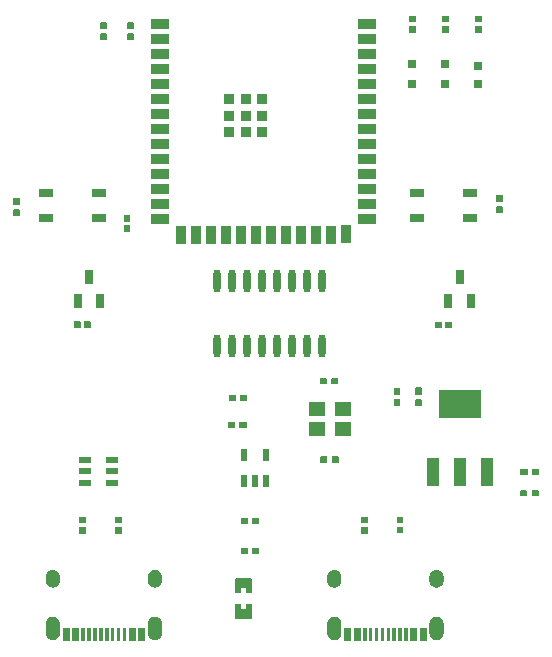
<source format=gtp>
G04*
G04 #@! TF.GenerationSoftware,Altium Limited,Altium Designer,25.0.2 (28)*
G04*
G04 Layer_Color=8421504*
%FSLAX25Y25*%
%MOIN*%
G70*
G04*
G04 #@! TF.SameCoordinates,2A04F1A2-3F02-4B23-887A-497E0413F5F6*
G04*
G04*
G04 #@! TF.FilePolarity,Positive*
G04*
G01*
G75*
%ADD16R,0.05118X0.02756*%
%ADD17R,0.03858X0.09213*%
%ADD18R,0.03150X0.03150*%
%ADD19R,0.05512X0.04724*%
%ADD20O,0.02370X0.07760*%
%ADD21R,0.05906X0.03543*%
%ADD22R,0.14173X0.09213*%
%ADD23R,0.02362X0.03937*%
%ADD24R,0.04221X0.02095*%
%ADD25R,0.02756X0.04921*%
%ADD26R,0.03543X0.05906*%
%ADD27R,0.03543X0.03543*%
G36*
X200063Y211660D02*
Y209689D01*
X199906Y209531D01*
X198094D01*
X197937Y209689D01*
Y211660D01*
X198094Y211818D01*
X199906D01*
X200063Y211660D01*
D02*
G37*
G36*
X189063D02*
Y209689D01*
X188906Y209531D01*
X187094D01*
X186937Y209689D01*
Y211660D01*
X187094Y211818D01*
X188906D01*
X189063Y211660D01*
D02*
G37*
G36*
X178063D02*
Y209689D01*
X177905Y209531D01*
X176094D01*
X175937Y209689D01*
Y211660D01*
X176094Y211818D01*
X177905D01*
X178063Y211660D01*
D02*
G37*
G36*
X84083Y209474D02*
Y207584D01*
X83886Y207309D01*
X82114D01*
X81917Y207584D01*
Y209474D01*
X82114Y209671D01*
X83886D01*
X84083Y209474D01*
D02*
G37*
G36*
X75083D02*
Y207584D01*
X74886Y207309D01*
X73114D01*
X72917Y207584D01*
Y209474D01*
X73114Y209671D01*
X74886D01*
X75083Y209474D01*
D02*
G37*
G36*
X200063Y208311D02*
Y206340D01*
X199906Y206183D01*
X198094D01*
X197937Y206340D01*
Y208311D01*
X198094Y208469D01*
X199906D01*
X200063Y208311D01*
D02*
G37*
G36*
X189063D02*
Y206340D01*
X188906Y206183D01*
X187094D01*
X186937Y206340D01*
Y208311D01*
X187094Y208469D01*
X188906D01*
X189063Y208311D01*
D02*
G37*
G36*
X178063D02*
Y206340D01*
X177905Y206183D01*
X176094D01*
X175937Y206340D01*
Y208311D01*
X176094Y208469D01*
X177905D01*
X178063Y208311D01*
D02*
G37*
G36*
X84083Y205616D02*
Y203726D01*
X83886Y203529D01*
X82114D01*
X81917Y203726D01*
Y205616D01*
X82114Y205891D01*
X83886D01*
X84083Y205616D01*
D02*
G37*
G36*
X75083D02*
Y203726D01*
X74886Y203529D01*
X73114D01*
X72917Y203726D01*
Y205616D01*
X73114Y205891D01*
X74886D01*
X75083Y205616D01*
D02*
G37*
G36*
X207083Y151874D02*
Y149984D01*
X206886Y149709D01*
X205114D01*
X204917Y149984D01*
Y151874D01*
X205114Y152071D01*
X206886D01*
X207083Y151874D01*
D02*
G37*
G36*
X46083Y150874D02*
Y148984D01*
X45886Y148709D01*
X44114D01*
X43917Y148984D01*
Y150874D01*
X44114Y151071D01*
X45886D01*
X46083Y150874D01*
D02*
G37*
G36*
X207083Y148016D02*
Y146126D01*
X206886Y145929D01*
X205114D01*
X204917Y146126D01*
Y148016D01*
X205114Y148291D01*
X206886D01*
X207083Y148016D01*
D02*
G37*
G36*
X46083Y147016D02*
Y145126D01*
X45886Y144929D01*
X44114D01*
X43917Y145126D01*
Y147016D01*
X44114Y147291D01*
X45886D01*
X46083Y147016D01*
D02*
G37*
G36*
X82863Y145060D02*
Y143089D01*
X82705Y142931D01*
X80895D01*
X80737Y143089D01*
Y145060D01*
X80895Y145218D01*
X82705D01*
X82863Y145060D01*
D02*
G37*
G36*
Y141711D02*
Y139740D01*
X82705Y139583D01*
X80895D01*
X80737Y139740D01*
Y141711D01*
X80895Y141868D01*
X82705D01*
X82863Y141711D01*
D02*
G37*
G36*
X69718Y109806D02*
Y107994D01*
X69560Y107837D01*
X67589D01*
X67431Y107994D01*
Y109806D01*
X67589Y109963D01*
X69560D01*
X69718Y109806D01*
D02*
G37*
G36*
X66369D02*
Y107994D01*
X66211Y107837D01*
X64240D01*
X64082Y107994D01*
Y109806D01*
X64240Y109963D01*
X66211D01*
X66369Y109806D01*
D02*
G37*
G36*
X190217Y109606D02*
Y107794D01*
X190060Y107637D01*
X188089D01*
X187932Y107794D01*
Y109606D01*
X188089Y109763D01*
X190060D01*
X190217Y109606D01*
D02*
G37*
G36*
X186869D02*
Y107794D01*
X186711Y107637D01*
X184740D01*
X184582Y107794D01*
Y109606D01*
X184740Y109763D01*
X186711D01*
X186869Y109606D01*
D02*
G37*
G36*
X152271Y90822D02*
Y89051D01*
X152074Y88854D01*
X150184D01*
X149909Y89051D01*
Y90822D01*
X150184Y91019D01*
X152074D01*
X152271Y90822D01*
D02*
G37*
G36*
X148491D02*
Y89051D01*
X148216Y88854D01*
X146326D01*
X146129Y89051D01*
Y90822D01*
X146326Y91019D01*
X148216D01*
X148491Y90822D01*
D02*
G37*
G36*
X180083Y87674D02*
Y85784D01*
X179886Y85509D01*
X178114D01*
X177917Y85784D01*
Y87674D01*
X178114Y87871D01*
X179886D01*
X180083Y87674D01*
D02*
G37*
G36*
X172983Y87574D02*
Y85684D01*
X172786Y85409D01*
X171014D01*
X170817Y85684D01*
Y87574D01*
X171014Y87771D01*
X172786D01*
X172983Y87574D01*
D02*
G37*
G36*
X121871Y85286D02*
Y83514D01*
X121674Y83317D01*
X119784D01*
X119509Y83514D01*
Y85286D01*
X119784Y85483D01*
X121674D01*
X121871Y85286D01*
D02*
G37*
G36*
X118091D02*
Y83514D01*
X117816Y83317D01*
X115926D01*
X115729Y83514D01*
Y85286D01*
X115926Y85483D01*
X117816D01*
X118091Y85286D01*
D02*
G37*
G36*
X180083Y83816D02*
Y81926D01*
X179886Y81729D01*
X178114D01*
X177917Y81926D01*
Y83816D01*
X178114Y84091D01*
X179886D01*
X180083Y83816D01*
D02*
G37*
G36*
X172983Y83716D02*
Y81826D01*
X172786Y81629D01*
X171014D01*
X170817Y81826D01*
Y83716D01*
X171014Y83991D01*
X172786D01*
X172983Y83716D01*
D02*
G37*
G36*
X121725Y76286D02*
Y74514D01*
X121528Y74317D01*
X119638D01*
X119363Y74514D01*
Y76286D01*
X119638Y76483D01*
X121528D01*
X121725Y76286D01*
D02*
G37*
G36*
X117945D02*
Y74514D01*
X117670Y74317D01*
X115780D01*
X115583Y74514D01*
Y76286D01*
X115780Y76483D01*
X117670D01*
X117945Y76286D01*
D02*
G37*
G36*
X152428Y64802D02*
Y63030D01*
X152231Y62833D01*
X150341D01*
X150066Y63030D01*
Y64802D01*
X150341Y64998D01*
X152231D01*
X152428Y64802D01*
D02*
G37*
G36*
X148648D02*
Y63030D01*
X148372Y62833D01*
X146483D01*
X146286Y63030D01*
Y64802D01*
X146483Y64998D01*
X148372D01*
X148648Y64802D01*
D02*
G37*
G36*
X219171Y60586D02*
Y58814D01*
X218974Y58617D01*
X217084D01*
X216809Y58814D01*
Y60586D01*
X217084Y60783D01*
X218974D01*
X219171Y60586D01*
D02*
G37*
G36*
X215391D02*
Y58814D01*
X215116Y58617D01*
X213226D01*
X213029Y58814D01*
Y60586D01*
X213226Y60783D01*
X215116D01*
X215391Y60586D01*
D02*
G37*
G36*
X219071Y53486D02*
Y51714D01*
X218874Y51517D01*
X216984D01*
X216709Y51714D01*
Y53486D01*
X216984Y53683D01*
X218874D01*
X219071Y53486D01*
D02*
G37*
G36*
X215291D02*
Y51714D01*
X215016Y51517D01*
X213126D01*
X212929Y51714D01*
Y53486D01*
X213126Y53683D01*
X215016D01*
X215291Y53486D01*
D02*
G37*
G36*
X173963Y44664D02*
Y42693D01*
X173805Y42535D01*
X171994D01*
X171837Y42693D01*
Y44664D01*
X171994Y44822D01*
X173805D01*
X173963Y44664D01*
D02*
G37*
G36*
X162063Y44660D02*
Y42689D01*
X161906Y42531D01*
X160094D01*
X159937Y42689D01*
Y44660D01*
X160094Y44818D01*
X161906D01*
X162063Y44660D01*
D02*
G37*
G36*
X80063D02*
Y42689D01*
X79905Y42531D01*
X78095D01*
X77937Y42689D01*
Y44660D01*
X78095Y44818D01*
X79905D01*
X80063Y44660D01*
D02*
G37*
G36*
X68063D02*
Y42689D01*
X67905Y42531D01*
X66094D01*
X65937Y42689D01*
Y44660D01*
X66094Y44818D01*
X67905D01*
X68063Y44660D01*
D02*
G37*
G36*
X125871Y44286D02*
Y42514D01*
X125674Y42317D01*
X123784D01*
X123509Y42514D01*
Y44286D01*
X123784Y44483D01*
X125674D01*
X125871Y44286D01*
D02*
G37*
G36*
X122091D02*
Y42514D01*
X121816Y42317D01*
X119926D01*
X119729Y42514D01*
Y44286D01*
X119926Y44483D01*
X121816D01*
X122091Y44286D01*
D02*
G37*
G36*
X173963Y41315D02*
Y39344D01*
X173805Y39186D01*
X171994D01*
X171837Y39344D01*
Y41315D01*
X171994Y41473D01*
X173805D01*
X173963Y41315D01*
D02*
G37*
G36*
X162063Y41311D02*
Y39340D01*
X161906Y39182D01*
X160094D01*
X159937Y39340D01*
Y41311D01*
X160094Y41469D01*
X161906D01*
X162063Y41311D01*
D02*
G37*
G36*
X80063D02*
Y39340D01*
X79905Y39182D01*
X78095D01*
X77937Y39340D01*
Y41311D01*
X78095Y41469D01*
X79905D01*
X80063Y41311D01*
D02*
G37*
G36*
X68063D02*
Y39340D01*
X67905Y39182D01*
X66094D01*
X65937Y39340D01*
Y41311D01*
X66094Y41469D01*
X67905D01*
X68063Y41311D01*
D02*
G37*
G36*
X125871Y34286D02*
Y32514D01*
X125674Y32317D01*
X123784D01*
X123509Y32514D01*
Y34286D01*
X123784Y34483D01*
X125674D01*
X125871Y34286D01*
D02*
G37*
G36*
X122091D02*
Y32514D01*
X121816Y32317D01*
X119926D01*
X119729Y32514D01*
Y34286D01*
X119926Y34483D01*
X121816D01*
X122091Y34286D01*
D02*
G37*
G36*
X185204Y27047D02*
X185321Y27035D01*
X185438Y27017D01*
X185553Y26994D01*
X185667Y26965D01*
X185780Y26930D01*
X185890Y26890D01*
X185999Y26844D01*
X186105Y26793D01*
X186209Y26737D01*
X186309Y26675D01*
X186406Y26609D01*
X186500Y26538D01*
X186591Y26462D01*
X186677Y26382D01*
X186759Y26298D01*
X186837Y26210D01*
X186910Y26117D01*
X186979Y26022D01*
X187043Y25923D01*
X187102Y25821D01*
X187156Y25716D01*
X187204Y25609D01*
X187247Y25499D01*
X187285Y25387D01*
X187317Y25274D01*
X187343Y25159D01*
X187363Y25043D01*
X187378Y24926D01*
X187387Y24809D01*
X187390Y24691D01*
Y23510D01*
X187387Y23392D01*
X187378Y23275D01*
X187363Y23158D01*
X187343Y23042D01*
X187317Y22927D01*
X187285Y22814D01*
X187247Y22702D01*
X187204Y22592D01*
X187156Y22485D01*
X187102Y22380D01*
X187043Y22278D01*
X186979Y22179D01*
X186910Y22084D01*
X186837Y21992D01*
X186759Y21903D01*
X186677Y21819D01*
X186591Y21739D01*
X186500Y21663D01*
X186406Y21592D01*
X186309Y21526D01*
X186209Y21464D01*
X186105Y21408D01*
X185999Y21357D01*
X185890Y21311D01*
X185780Y21271D01*
X185667Y21236D01*
X185553Y21207D01*
X185438Y21184D01*
X185321Y21166D01*
X185204Y21154D01*
X185086Y21148D01*
X184969D01*
X184851Y21154D01*
X184734Y21166D01*
X184617Y21184D01*
X184502Y21207D01*
X184388Y21236D01*
X184275Y21271D01*
X184165Y21311D01*
X184056Y21357D01*
X183950Y21408D01*
X183846Y21464D01*
X183746Y21526D01*
X183649Y21592D01*
X183555Y21663D01*
X183465Y21739D01*
X183378Y21819D01*
X183296Y21903D01*
X183218Y21992D01*
X183144Y22084D01*
X183076Y22179D01*
X183012Y22278D01*
X182953Y22380D01*
X182899Y22485D01*
X182851Y22592D01*
X182808Y22702D01*
X182770Y22814D01*
X182738Y22927D01*
X182712Y23042D01*
X182692Y23158D01*
X182677Y23275D01*
X182668Y23392D01*
X182665Y23510D01*
Y24691D01*
X182668Y24809D01*
X182677Y24926D01*
X182692Y25043D01*
X182712Y25159D01*
X182738Y25274D01*
X182770Y25387D01*
X182808Y25499D01*
X182851Y25609D01*
X182899Y25716D01*
X182953Y25821D01*
X183012Y25923D01*
X183076Y26022D01*
X183144Y26117D01*
X183218Y26210D01*
X183296Y26298D01*
X183378Y26382D01*
X183465Y26462D01*
X183555Y26538D01*
X183649Y26609D01*
X183746Y26675D01*
X183846Y26737D01*
X183950Y26793D01*
X184056Y26844D01*
X184165Y26890D01*
X184275Y26930D01*
X184388Y26965D01*
X184502Y26994D01*
X184617Y27017D01*
X184734Y27035D01*
X184851Y27047D01*
X184969Y27053D01*
X185086D01*
X185204Y27047D01*
D02*
G37*
G36*
X151149D02*
X151266Y27035D01*
X151383Y27017D01*
X151498Y26994D01*
X151612Y26965D01*
X151725Y26930D01*
X151836Y26890D01*
X151944Y26844D01*
X152050Y26793D01*
X152154Y26737D01*
X152254Y26675D01*
X152351Y26609D01*
X152445Y26538D01*
X152535Y26462D01*
X152622Y26382D01*
X152704Y26298D01*
X152782Y26210D01*
X152856Y26117D01*
X152924Y26022D01*
X152988Y25923D01*
X153047Y25821D01*
X153101Y25716D01*
X153149Y25609D01*
X153192Y25499D01*
X153230Y25387D01*
X153262Y25274D01*
X153288Y25159D01*
X153308Y25043D01*
X153323Y24926D01*
X153332Y24809D01*
X153335Y24691D01*
Y23510D01*
X153332Y23392D01*
X153323Y23275D01*
X153308Y23158D01*
X153288Y23042D01*
X153262Y22927D01*
X153230Y22814D01*
X153192Y22702D01*
X153149Y22592D01*
X153101Y22485D01*
X153047Y22380D01*
X152988Y22278D01*
X152924Y22179D01*
X152856Y22084D01*
X152782Y21992D01*
X152704Y21903D01*
X152622Y21819D01*
X152535Y21739D01*
X152445Y21663D01*
X152351Y21592D01*
X152254Y21526D01*
X152154Y21464D01*
X152050Y21408D01*
X151944Y21357D01*
X151836Y21311D01*
X151725Y21271D01*
X151612Y21236D01*
X151498Y21207D01*
X151383Y21184D01*
X151266Y21166D01*
X151149Y21154D01*
X151031Y21148D01*
X150914D01*
X150796Y21154D01*
X150679Y21166D01*
X150562Y21184D01*
X150447Y21207D01*
X150333Y21236D01*
X150220Y21271D01*
X150110Y21311D01*
X150001Y21357D01*
X149895Y21408D01*
X149791Y21464D01*
X149691Y21526D01*
X149594Y21592D01*
X149500Y21663D01*
X149409Y21739D01*
X149323Y21819D01*
X149241Y21903D01*
X149163Y21992D01*
X149090Y22084D01*
X149021Y22179D01*
X148957Y22278D01*
X148898Y22380D01*
X148844Y22485D01*
X148796Y22592D01*
X148753Y22702D01*
X148715Y22814D01*
X148683Y22927D01*
X148657Y23042D01*
X148637Y23158D01*
X148622Y23275D01*
X148613Y23392D01*
X148610Y23510D01*
Y24691D01*
X148613Y24809D01*
X148622Y24926D01*
X148637Y25043D01*
X148657Y25159D01*
X148683Y25274D01*
X148715Y25387D01*
X148753Y25499D01*
X148796Y25609D01*
X148844Y25716D01*
X148898Y25821D01*
X148957Y25923D01*
X149021Y26022D01*
X149090Y26117D01*
X149163Y26210D01*
X149241Y26298D01*
X149323Y26382D01*
X149409Y26462D01*
X149500Y26538D01*
X149594Y26609D01*
X149691Y26675D01*
X149791Y26737D01*
X149895Y26793D01*
X150001Y26844D01*
X150110Y26890D01*
X150220Y26930D01*
X150333Y26965D01*
X150447Y26994D01*
X150562Y27017D01*
X150679Y27035D01*
X150796Y27047D01*
X150914Y27053D01*
X151031D01*
X151149Y27047D01*
D02*
G37*
G36*
X91357D02*
X91475Y27035D01*
X91591Y27017D01*
X91707Y26994D01*
X91821Y26965D01*
X91933Y26930D01*
X92044Y26890D01*
X92153Y26844D01*
X92259Y26793D01*
X92362Y26737D01*
X92463Y26675D01*
X92560Y26609D01*
X92654Y26538D01*
X92744Y26462D01*
X92830Y26382D01*
X92913Y26298D01*
X92991Y26210D01*
X93064Y26117D01*
X93133Y26022D01*
X93197Y25923D01*
X93256Y25821D01*
X93309Y25716D01*
X93358Y25609D01*
X93401Y25499D01*
X93438Y25387D01*
X93470Y25274D01*
X93496Y25159D01*
X93517Y25043D01*
X93532Y24926D01*
X93540Y24809D01*
X93543Y24691D01*
Y23510D01*
X93540Y23392D01*
X93532Y23275D01*
X93517Y23158D01*
X93496Y23042D01*
X93470Y22927D01*
X93438Y22814D01*
X93401Y22702D01*
X93358Y22592D01*
X93309Y22485D01*
X93256Y22380D01*
X93197Y22278D01*
X93133Y22179D01*
X93064Y22084D01*
X92991Y21992D01*
X92913Y21903D01*
X92830Y21819D01*
X92744Y21739D01*
X92654Y21663D01*
X92560Y21592D01*
X92463Y21526D01*
X92362Y21464D01*
X92259Y21408D01*
X92153Y21357D01*
X92044Y21311D01*
X91933Y21271D01*
X91821Y21236D01*
X91707Y21207D01*
X91591Y21184D01*
X91475Y21166D01*
X91357Y21154D01*
X91240Y21148D01*
X91122D01*
X91005Y21154D01*
X90887Y21166D01*
X90771Y21184D01*
X90655Y21207D01*
X90541Y21236D01*
X90429Y21271D01*
X90318Y21311D01*
X90210Y21357D01*
X90103Y21408D01*
X90000Y21464D01*
X89899Y21526D01*
X89802Y21592D01*
X89708Y21663D01*
X89618Y21739D01*
X89532Y21819D01*
X89449Y21903D01*
X89371Y21992D01*
X89298Y22084D01*
X89229Y22179D01*
X89165Y22278D01*
X89107Y22380D01*
X89053Y22485D01*
X89004Y22592D01*
X88961Y22702D01*
X88924Y22814D01*
X88892Y22927D01*
X88866Y23042D01*
X88845Y23158D01*
X88831Y23275D01*
X88822Y23392D01*
X88819Y23510D01*
Y24691D01*
X88822Y24809D01*
X88831Y24926D01*
X88845Y25043D01*
X88866Y25159D01*
X88892Y25274D01*
X88924Y25387D01*
X88961Y25499D01*
X89004Y25609D01*
X89053Y25716D01*
X89107Y25821D01*
X89165Y25923D01*
X89229Y26022D01*
X89298Y26117D01*
X89371Y26210D01*
X89449Y26298D01*
X89532Y26382D01*
X89618Y26462D01*
X89708Y26538D01*
X89802Y26609D01*
X89899Y26675D01*
X90000Y26737D01*
X90103Y26793D01*
X90210Y26844D01*
X90318Y26890D01*
X90429Y26930D01*
X90541Y26965D01*
X90655Y26994D01*
X90771Y27017D01*
X90887Y27035D01*
X91005Y27047D01*
X91122Y27053D01*
X91240D01*
X91357Y27047D01*
D02*
G37*
G36*
X57302D02*
X57420Y27035D01*
X57536Y27017D01*
X57652Y26994D01*
X57766Y26965D01*
X57878Y26930D01*
X57989Y26890D01*
X58097Y26844D01*
X58204Y26793D01*
X58307Y26737D01*
X58408Y26675D01*
X58505Y26609D01*
X58599Y26538D01*
X58689Y26462D01*
X58775Y26382D01*
X58858Y26298D01*
X58936Y26210D01*
X59009Y26117D01*
X59078Y26022D01*
X59142Y25923D01*
X59201Y25821D01*
X59254Y25716D01*
X59303Y25609D01*
X59346Y25499D01*
X59383Y25387D01*
X59415Y25274D01*
X59441Y25159D01*
X59462Y25043D01*
X59477Y24926D01*
X59485Y24809D01*
X59488Y24691D01*
Y23510D01*
X59485Y23392D01*
X59477Y23275D01*
X59462Y23158D01*
X59441Y23042D01*
X59415Y22927D01*
X59383Y22814D01*
X59346Y22702D01*
X59303Y22592D01*
X59254Y22485D01*
X59201Y22380D01*
X59142Y22278D01*
X59078Y22179D01*
X59009Y22084D01*
X58936Y21992D01*
X58858Y21903D01*
X58775Y21819D01*
X58689Y21739D01*
X58599Y21663D01*
X58505Y21592D01*
X58408Y21526D01*
X58307Y21464D01*
X58204Y21408D01*
X58097Y21357D01*
X57989Y21311D01*
X57878Y21271D01*
X57766Y21236D01*
X57652Y21207D01*
X57536Y21184D01*
X57420Y21166D01*
X57302Y21154D01*
X57185Y21148D01*
X57067D01*
X56950Y21154D01*
X56832Y21166D01*
X56716Y21184D01*
X56600Y21207D01*
X56486Y21236D01*
X56374Y21271D01*
X56263Y21311D01*
X56155Y21357D01*
X56048Y21408D01*
X55945Y21464D01*
X55844Y21526D01*
X55747Y21592D01*
X55653Y21663D01*
X55563Y21739D01*
X55477Y21819D01*
X55394Y21903D01*
X55316Y21992D01*
X55243Y22084D01*
X55174Y22179D01*
X55110Y22278D01*
X55051Y22380D01*
X54998Y22485D01*
X54949Y22592D01*
X54906Y22702D01*
X54869Y22814D01*
X54837Y22927D01*
X54811Y23042D01*
X54790Y23158D01*
X54776Y23275D01*
X54767Y23392D01*
X54764Y23510D01*
Y24691D01*
X54767Y24809D01*
X54776Y24926D01*
X54790Y25043D01*
X54811Y25159D01*
X54837Y25274D01*
X54869Y25387D01*
X54906Y25499D01*
X54949Y25609D01*
X54998Y25716D01*
X55051Y25821D01*
X55110Y25923D01*
X55174Y26022D01*
X55243Y26117D01*
X55316Y26210D01*
X55394Y26298D01*
X55477Y26382D01*
X55563Y26462D01*
X55653Y26538D01*
X55747Y26609D01*
X55844Y26675D01*
X55945Y26737D01*
X56048Y26793D01*
X56155Y26844D01*
X56263Y26890D01*
X56374Y26930D01*
X56486Y26965D01*
X56600Y26994D01*
X56716Y27017D01*
X56832Y27035D01*
X56950Y27047D01*
X57067Y27053D01*
X57185D01*
X57302Y27047D01*
D02*
G37*
G36*
X123438Y23994D02*
Y19467D01*
X123241Y19270D01*
X121587Y19270D01*
Y21022D01*
X119816D01*
Y19290D01*
X118201Y19270D01*
X118005Y19467D01*
Y23994D01*
X118201Y24191D01*
X123241D01*
X123438Y23994D01*
D02*
G37*
G36*
X119816Y13975D02*
X121587D01*
Y15707D01*
X123241Y15727D01*
X123438Y15530D01*
Y11002D01*
X123241Y10805D01*
X118201D01*
X118005Y11002D01*
Y15530D01*
X118201Y15727D01*
X119816Y15746D01*
Y13975D01*
D02*
G37*
G36*
X185204Y11495D02*
X185321Y11483D01*
X185438Y11466D01*
X185553Y11442D01*
X185667Y11413D01*
X185780Y11378D01*
X185890Y11338D01*
X185999Y11293D01*
X186105Y11241D01*
X186209Y11185D01*
X186309Y11124D01*
X186406Y11057D01*
X186500Y10986D01*
X186591Y10910D01*
X186677Y10830D01*
X186759Y10746D01*
X186837Y10658D01*
X186910Y10566D01*
X186979Y10470D01*
X187043Y10371D01*
X187102Y10269D01*
X187156Y10164D01*
X187204Y10057D01*
X187247Y9947D01*
X187285Y9836D01*
X187317Y9722D01*
X187343Y9607D01*
X187363Y9491D01*
X187378Y9375D01*
X187387Y9257D01*
X187390Y9139D01*
Y5990D01*
X187387Y5872D01*
X187378Y5754D01*
X187363Y5638D01*
X187343Y5522D01*
X187317Y5407D01*
X187285Y5293D01*
X187247Y5182D01*
X187204Y5072D01*
X187156Y4965D01*
X187102Y4860D01*
X187043Y4758D01*
X186979Y4659D01*
X186910Y4563D01*
X186837Y4471D01*
X186759Y4383D01*
X186677Y4299D01*
X186591Y4219D01*
X186500Y4143D01*
X186406Y4072D01*
X186309Y4005D01*
X186209Y3944D01*
X186105Y3888D01*
X185999Y3836D01*
X185890Y3791D01*
X185780Y3751D01*
X185667Y3716D01*
X185553Y3687D01*
X185438Y3663D01*
X185321Y3646D01*
X185204Y3634D01*
X185086Y3628D01*
X184969D01*
X184851Y3634D01*
X184734Y3646D01*
X184617Y3663D01*
X184502Y3687D01*
X184388Y3716D01*
X184275Y3751D01*
X184165Y3791D01*
X184056Y3836D01*
X183950Y3888D01*
X183846Y3944D01*
X183746Y4005D01*
X183649Y4072D01*
X183555Y4143D01*
X183465Y4219D01*
X183378Y4299D01*
X183296Y4383D01*
X183218Y4471D01*
X183144Y4563D01*
X183076Y4659D01*
X183012Y4758D01*
X182953Y4860D01*
X182899Y4965D01*
X182851Y5072D01*
X182808Y5182D01*
X182770Y5293D01*
X182738Y5407D01*
X182712Y5522D01*
X182692Y5638D01*
X182677Y5754D01*
X182668Y5872D01*
X182665Y5990D01*
Y9139D01*
X182668Y9257D01*
X182677Y9375D01*
X182692Y9491D01*
X182712Y9607D01*
X182738Y9722D01*
X182770Y9836D01*
X182808Y9947D01*
X182851Y10057D01*
X182899Y10164D01*
X182953Y10269D01*
X183012Y10371D01*
X183076Y10470D01*
X183144Y10566D01*
X183218Y10658D01*
X183296Y10746D01*
X183378Y10830D01*
X183465Y10910D01*
X183555Y10986D01*
X183649Y11057D01*
X183746Y11124D01*
X183846Y11185D01*
X183950Y11241D01*
X184056Y11293D01*
X184165Y11338D01*
X184275Y11378D01*
X184388Y11413D01*
X184502Y11442D01*
X184617Y11466D01*
X184734Y11483D01*
X184851Y11495D01*
X184969Y11501D01*
X185086D01*
X185204Y11495D01*
D02*
G37*
G36*
X151149D02*
X151266Y11483D01*
X151383Y11466D01*
X151498Y11442D01*
X151612Y11413D01*
X151725Y11378D01*
X151836Y11338D01*
X151944Y11293D01*
X152050Y11241D01*
X152154Y11185D01*
X152254Y11124D01*
X152351Y11057D01*
X152445Y10986D01*
X152535Y10910D01*
X152622Y10830D01*
X152704Y10746D01*
X152782Y10658D01*
X152856Y10566D01*
X152924Y10470D01*
X152988Y10371D01*
X153047Y10269D01*
X153101Y10164D01*
X153149Y10057D01*
X153192Y9947D01*
X153230Y9836D01*
X153262Y9722D01*
X153288Y9607D01*
X153308Y9491D01*
X153323Y9375D01*
X153332Y9257D01*
X153335Y9139D01*
Y5990D01*
X153332Y5872D01*
X153323Y5754D01*
X153308Y5638D01*
X153288Y5522D01*
X153262Y5407D01*
X153230Y5293D01*
X153192Y5182D01*
X153149Y5072D01*
X153101Y4965D01*
X153047Y4860D01*
X152988Y4758D01*
X152924Y4659D01*
X152856Y4563D01*
X152782Y4471D01*
X152704Y4383D01*
X152622Y4299D01*
X152535Y4219D01*
X152445Y4143D01*
X152351Y4072D01*
X152254Y4005D01*
X152154Y3944D01*
X152050Y3888D01*
X151944Y3836D01*
X151836Y3791D01*
X151725Y3751D01*
X151612Y3716D01*
X151498Y3687D01*
X151383Y3663D01*
X151266Y3646D01*
X151149Y3634D01*
X151031Y3628D01*
X150914D01*
X150796Y3634D01*
X150679Y3646D01*
X150562Y3663D01*
X150447Y3687D01*
X150333Y3716D01*
X150220Y3751D01*
X150110Y3791D01*
X150001Y3836D01*
X149895Y3888D01*
X149791Y3944D01*
X149691Y4005D01*
X149594Y4072D01*
X149500Y4143D01*
X149409Y4219D01*
X149323Y4299D01*
X149241Y4383D01*
X149163Y4471D01*
X149090Y4563D01*
X149021Y4659D01*
X148957Y4758D01*
X148898Y4860D01*
X148844Y4965D01*
X148796Y5072D01*
X148753Y5182D01*
X148715Y5293D01*
X148683Y5407D01*
X148657Y5522D01*
X148637Y5638D01*
X148622Y5754D01*
X148613Y5872D01*
X148610Y5990D01*
Y9139D01*
X148613Y9257D01*
X148622Y9375D01*
X148637Y9491D01*
X148657Y9607D01*
X148683Y9722D01*
X148715Y9836D01*
X148753Y9947D01*
X148796Y10057D01*
X148844Y10164D01*
X148898Y10269D01*
X148957Y10371D01*
X149021Y10470D01*
X149090Y10566D01*
X149163Y10658D01*
X149241Y10746D01*
X149323Y10830D01*
X149409Y10910D01*
X149500Y10986D01*
X149594Y11057D01*
X149691Y11124D01*
X149791Y11185D01*
X149895Y11241D01*
X150001Y11293D01*
X150110Y11338D01*
X150220Y11378D01*
X150333Y11413D01*
X150447Y11442D01*
X150562Y11466D01*
X150679Y11483D01*
X150796Y11495D01*
X150914Y11501D01*
X151031D01*
X151149Y11495D01*
D02*
G37*
G36*
X91357D02*
X91475Y11483D01*
X91591Y11466D01*
X91707Y11442D01*
X91821Y11413D01*
X91933Y11378D01*
X92044Y11338D01*
X92153Y11293D01*
X92259Y11241D01*
X92362Y11185D01*
X92463Y11124D01*
X92560Y11057D01*
X92654Y10986D01*
X92744Y10910D01*
X92830Y10830D01*
X92913Y10746D01*
X92991Y10658D01*
X93064Y10566D01*
X93133Y10470D01*
X93197Y10371D01*
X93256Y10269D01*
X93309Y10164D01*
X93358Y10057D01*
X93401Y9947D01*
X93438Y9836D01*
X93470Y9722D01*
X93496Y9607D01*
X93517Y9491D01*
X93532Y9375D01*
X93540Y9257D01*
X93543Y9139D01*
Y5990D01*
X93540Y5872D01*
X93532Y5754D01*
X93517Y5638D01*
X93496Y5522D01*
X93470Y5407D01*
X93438Y5293D01*
X93401Y5182D01*
X93358Y5072D01*
X93309Y4965D01*
X93256Y4860D01*
X93197Y4758D01*
X93133Y4659D01*
X93064Y4563D01*
X92991Y4471D01*
X92913Y4383D01*
X92830Y4299D01*
X92744Y4219D01*
X92654Y4143D01*
X92560Y4072D01*
X92463Y4005D01*
X92362Y3944D01*
X92259Y3888D01*
X92153Y3836D01*
X92044Y3791D01*
X91933Y3751D01*
X91821Y3716D01*
X91707Y3687D01*
X91591Y3663D01*
X91475Y3646D01*
X91357Y3634D01*
X91240Y3628D01*
X91122D01*
X91005Y3634D01*
X90887Y3646D01*
X90771Y3663D01*
X90655Y3687D01*
X90541Y3716D01*
X90429Y3751D01*
X90318Y3791D01*
X90210Y3836D01*
X90103Y3888D01*
X90000Y3944D01*
X89899Y4005D01*
X89802Y4072D01*
X89708Y4143D01*
X89618Y4219D01*
X89532Y4299D01*
X89449Y4383D01*
X89371Y4471D01*
X89298Y4563D01*
X89229Y4659D01*
X89165Y4758D01*
X89107Y4860D01*
X89053Y4965D01*
X89004Y5072D01*
X88961Y5182D01*
X88924Y5293D01*
X88892Y5407D01*
X88866Y5522D01*
X88845Y5638D01*
X88831Y5754D01*
X88822Y5872D01*
X88819Y5990D01*
Y9139D01*
X88822Y9257D01*
X88831Y9375D01*
X88845Y9491D01*
X88866Y9607D01*
X88892Y9722D01*
X88924Y9836D01*
X88961Y9947D01*
X89004Y10057D01*
X89053Y10164D01*
X89107Y10269D01*
X89165Y10371D01*
X89229Y10470D01*
X89298Y10566D01*
X89371Y10658D01*
X89449Y10746D01*
X89532Y10830D01*
X89618Y10910D01*
X89708Y10986D01*
X89802Y11057D01*
X89899Y11124D01*
X90000Y11185D01*
X90103Y11241D01*
X90210Y11293D01*
X90318Y11338D01*
X90429Y11378D01*
X90541Y11413D01*
X90655Y11442D01*
X90771Y11466D01*
X90887Y11483D01*
X91005Y11495D01*
X91122Y11501D01*
X91240D01*
X91357Y11495D01*
D02*
G37*
G36*
X57302D02*
X57420Y11483D01*
X57536Y11466D01*
X57652Y11442D01*
X57766Y11413D01*
X57878Y11378D01*
X57989Y11338D01*
X58097Y11293D01*
X58204Y11241D01*
X58307Y11185D01*
X58408Y11124D01*
X58505Y11057D01*
X58599Y10986D01*
X58689Y10910D01*
X58775Y10830D01*
X58858Y10746D01*
X58936Y10658D01*
X59009Y10566D01*
X59078Y10470D01*
X59142Y10371D01*
X59201Y10269D01*
X59254Y10164D01*
X59303Y10057D01*
X59346Y9947D01*
X59383Y9836D01*
X59415Y9722D01*
X59441Y9607D01*
X59462Y9491D01*
X59477Y9375D01*
X59485Y9257D01*
X59488Y9139D01*
Y5990D01*
X59485Y5872D01*
X59477Y5754D01*
X59462Y5638D01*
X59441Y5522D01*
X59415Y5407D01*
X59383Y5293D01*
X59346Y5182D01*
X59303Y5072D01*
X59254Y4965D01*
X59201Y4860D01*
X59142Y4758D01*
X59078Y4659D01*
X59009Y4563D01*
X58936Y4471D01*
X58858Y4383D01*
X58775Y4299D01*
X58689Y4219D01*
X58599Y4143D01*
X58505Y4072D01*
X58408Y4005D01*
X58307Y3944D01*
X58204Y3888D01*
X58097Y3836D01*
X57989Y3791D01*
X57878Y3751D01*
X57766Y3716D01*
X57652Y3687D01*
X57536Y3663D01*
X57420Y3646D01*
X57302Y3634D01*
X57185Y3628D01*
X57067D01*
X56950Y3634D01*
X56832Y3646D01*
X56716Y3663D01*
X56600Y3687D01*
X56486Y3716D01*
X56374Y3751D01*
X56263Y3791D01*
X56155Y3836D01*
X56048Y3888D01*
X55945Y3944D01*
X55844Y4005D01*
X55747Y4072D01*
X55653Y4143D01*
X55563Y4219D01*
X55477Y4299D01*
X55394Y4383D01*
X55316Y4471D01*
X55243Y4563D01*
X55174Y4659D01*
X55110Y4758D01*
X55051Y4860D01*
X54998Y4965D01*
X54949Y5072D01*
X54906Y5182D01*
X54869Y5293D01*
X54837Y5407D01*
X54811Y5522D01*
X54790Y5638D01*
X54776Y5754D01*
X54767Y5872D01*
X54764Y5990D01*
Y9139D01*
X54767Y9257D01*
X54776Y9375D01*
X54790Y9491D01*
X54811Y9607D01*
X54837Y9722D01*
X54869Y9836D01*
X54906Y9947D01*
X54949Y10057D01*
X54998Y10164D01*
X55051Y10269D01*
X55110Y10371D01*
X55174Y10470D01*
X55243Y10566D01*
X55316Y10658D01*
X55394Y10746D01*
X55477Y10830D01*
X55563Y10910D01*
X55653Y10986D01*
X55747Y11057D01*
X55844Y11124D01*
X55945Y11185D01*
X56048Y11241D01*
X56155Y11293D01*
X56263Y11338D01*
X56374Y11378D01*
X56486Y11413D01*
X56600Y11442D01*
X56716Y11466D01*
X56832Y11483D01*
X56950Y11495D01*
X57067Y11501D01*
X57185D01*
X57302Y11495D01*
D02*
G37*
G36*
X181780Y3234D02*
X179417D01*
Y7565D01*
X181780D01*
Y3234D01*
D02*
G37*
G36*
X178630D02*
X176267D01*
Y7565D01*
X178630D01*
Y3234D01*
D02*
G37*
G36*
X175480D02*
X174299D01*
Y7565D01*
X175480D01*
Y3234D01*
D02*
G37*
G36*
X173511D02*
X172330D01*
Y7565D01*
X173511D01*
Y3234D01*
D02*
G37*
G36*
X171543D02*
X170362D01*
Y7565D01*
X171543D01*
Y3234D01*
D02*
G37*
G36*
X169575D02*
X168394D01*
Y7565D01*
X169575D01*
Y3234D01*
D02*
G37*
G36*
X167606D02*
X166425D01*
Y7565D01*
X167606D01*
Y3234D01*
D02*
G37*
G36*
X165638D02*
X164457D01*
Y7565D01*
X165638D01*
Y3234D01*
D02*
G37*
G36*
X163669D02*
X162488D01*
Y7565D01*
X163669D01*
Y3234D01*
D02*
G37*
G36*
X161700D02*
X160519D01*
Y7565D01*
X161700D01*
Y3234D01*
D02*
G37*
G36*
X159732D02*
X157369D01*
Y7565D01*
X159732D01*
Y3234D01*
D02*
G37*
G36*
X156583D02*
X154220D01*
Y7565D01*
X156583D01*
Y3234D01*
D02*
G37*
G36*
X87933D02*
X85571D01*
Y7565D01*
X87933D01*
Y3234D01*
D02*
G37*
G36*
X84783D02*
X82421D01*
Y7565D01*
X84783D01*
Y3234D01*
D02*
G37*
G36*
X81634D02*
X80452D01*
Y7565D01*
X81634D01*
Y3234D01*
D02*
G37*
G36*
X79665D02*
X78483D01*
Y7565D01*
X79665D01*
Y3234D01*
D02*
G37*
G36*
X77697D02*
X76515D01*
Y7565D01*
X77697D01*
Y3234D01*
D02*
G37*
G36*
X75729D02*
X74547D01*
Y7565D01*
X75729D01*
Y3234D01*
D02*
G37*
G36*
X73760D02*
X72578D01*
Y7565D01*
X73760D01*
Y3234D01*
D02*
G37*
G36*
X71792D02*
X70610D01*
Y7565D01*
X71792D01*
Y3234D01*
D02*
G37*
G36*
X69823D02*
X68641D01*
Y7565D01*
X69823D01*
Y3234D01*
D02*
G37*
G36*
X67854D02*
X66672D01*
Y7565D01*
X67854D01*
Y3234D01*
D02*
G37*
G36*
X65885D02*
X63523D01*
Y7565D01*
X65885D01*
Y3234D01*
D02*
G37*
G36*
X62736D02*
X60374D01*
Y7565D01*
X62736D01*
Y3234D01*
D02*
G37*
D16*
X178576Y152729D02*
D03*
X196293D02*
D03*
X178576Y144264D02*
D03*
X196293D02*
D03*
X54953D02*
D03*
X72669Y152729D02*
D03*
X54953D02*
D03*
X72669Y144264D02*
D03*
D17*
X201955Y59801D02*
D03*
X192900D02*
D03*
X183845D02*
D03*
D18*
X199000Y195148D02*
D03*
X177000Y195700D02*
D03*
X188000D02*
D03*
X199001Y188853D02*
D03*
X188000Y189000D02*
D03*
X177000D02*
D03*
D19*
X145200Y73936D02*
D03*
X153862Y80629D02*
D03*
X145200D02*
D03*
X153862Y73936D02*
D03*
D20*
X146700Y101730D02*
D03*
X141700D02*
D03*
X126700D02*
D03*
X121700D02*
D03*
X116700D02*
D03*
X121700Y123270D02*
D03*
X111700Y101730D02*
D03*
X126700Y123270D02*
D03*
X131700Y101730D02*
D03*
X136700D02*
D03*
X111700Y123270D02*
D03*
X116700D02*
D03*
X131700D02*
D03*
X136700D02*
D03*
X141700D02*
D03*
X146700D02*
D03*
D21*
X92945Y203882D02*
D03*
Y143882D02*
D03*
Y148882D02*
D03*
X161843Y193882D02*
D03*
Y188882D02*
D03*
Y183882D02*
D03*
Y178882D02*
D03*
Y173882D02*
D03*
Y168882D02*
D03*
Y163882D02*
D03*
X92945Y158882D02*
D03*
Y163882D02*
D03*
Y168882D02*
D03*
Y173882D02*
D03*
Y153882D02*
D03*
Y178882D02*
D03*
Y183882D02*
D03*
Y188882D02*
D03*
Y193882D02*
D03*
X161843Y198882D02*
D03*
Y203882D02*
D03*
Y143882D02*
D03*
Y208882D02*
D03*
X92945D02*
D03*
Y198882D02*
D03*
X161843Y158882D02*
D03*
Y153882D02*
D03*
Y148882D02*
D03*
D22*
X192900Y82399D02*
D03*
D23*
X120800Y65400D02*
D03*
X124540Y56738D02*
D03*
X128280D02*
D03*
X120801D02*
D03*
X128281Y65400D02*
D03*
D24*
X76824Y59900D02*
D03*
X67776Y63640D02*
D03*
Y56160D02*
D03*
X76824Y63640D02*
D03*
Y56160D02*
D03*
X67776Y59900D02*
D03*
D25*
X72860Y116663D02*
D03*
X189003D02*
D03*
X65380D02*
D03*
X192743Y124537D02*
D03*
X69120D02*
D03*
X196483Y116663D02*
D03*
D26*
X149894Y138843D02*
D03*
X144894D02*
D03*
X104894D02*
D03*
X154894Y138961D02*
D03*
X139894Y138843D02*
D03*
X134894D02*
D03*
X129894D02*
D03*
X124894D02*
D03*
X119894D02*
D03*
X114894D02*
D03*
X109894D02*
D03*
X99894D02*
D03*
D27*
X127000Y184000D02*
D03*
X121488Y178488D02*
D03*
Y184000D02*
D03*
X127000Y178488D02*
D03*
Y172976D02*
D03*
X121488D02*
D03*
X115976Y184000D02*
D03*
Y178488D02*
D03*
Y172976D02*
D03*
M02*

</source>
